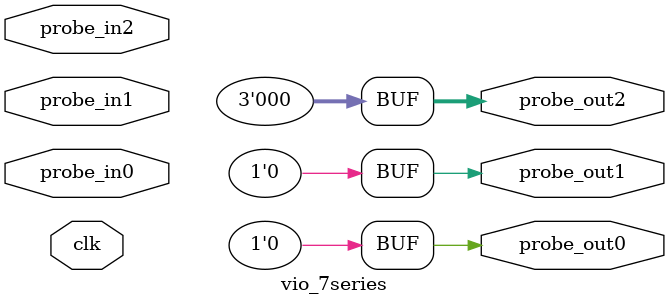
<source format=v>
`timescale 1ns / 1ps
module vio_7series (
clk,
probe_in0,probe_in1,probe_in2,
probe_out0,
probe_out1,
probe_out2
);

input clk;
input [0 : 0] probe_in0;
input [0 : 0] probe_in1;
input [0 : 0] probe_in2;

output reg [0 : 0] probe_out0 = 'h0 ;
output reg [0 : 0] probe_out1 = 'h0 ;
output reg [2 : 0] probe_out2 = 'h0 ;


endmodule

</source>
